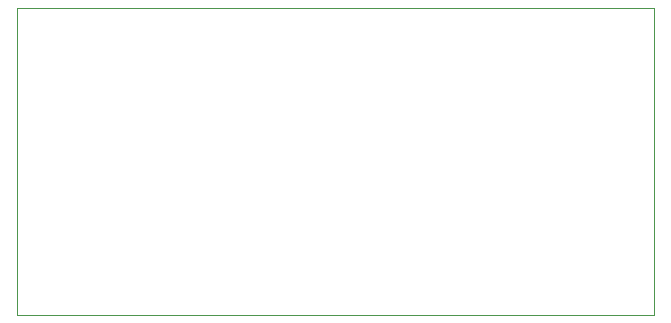
<source format=gm1>
G04 #@! TF.GenerationSoftware,KiCad,Pcbnew,6.0.10-86aedd382b~118~ubuntu18.04.1*
G04 #@! TF.CreationDate,2024-01-19T12:14:25+00:00*
G04 #@! TF.ProjectId,ReTuLaReMake,52655475-4c61-4526-954d-616b652e6b69,rev?*
G04 #@! TF.SameCoordinates,Original*
G04 #@! TF.FileFunction,Profile,NP*
%FSLAX46Y46*%
G04 Gerber Fmt 4.6, Leading zero omitted, Abs format (unit mm)*
G04 Created by KiCad (PCBNEW 6.0.10-86aedd382b~118~ubuntu18.04.1) date 2024-01-19 12:14:25*
%MOMM*%
%LPD*%
G01*
G04 APERTURE LIST*
G04 #@! TA.AperFunction,Profile*
%ADD10C,0.100000*%
G04 #@! TD*
G04 APERTURE END LIST*
D10*
X154000000Y-106380000D02*
X100000000Y-106380000D01*
X100000000Y-106380000D02*
X100000000Y-132380000D01*
X100000000Y-132380000D02*
X154000000Y-132380000D01*
X154000000Y-132380000D02*
X154000000Y-106380000D01*
M02*

</source>
